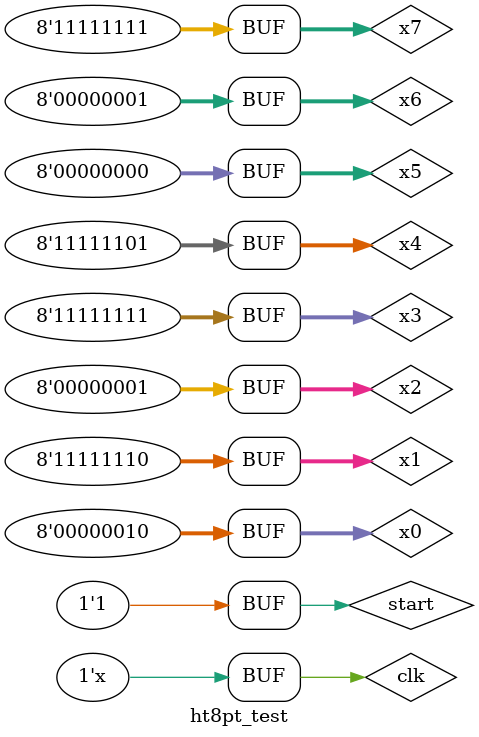
<source format=v>
`timescale 1ns / 1ps


module ht8pt_test;

	// Inputs
	reg clk;
	reg start;
	reg signed [7:0] x0;
	reg signed [7:0] x1;
	reg signed [7:0] x2;
	reg signed [7:0] x3;
	reg signed [7:0] x4;
	reg signed [7:0] x5;
	reg signed [7:0] x6;
	reg signed [7:0] x7;

	// Outputs
	wire signed [9:0] y0;
	wire signed [9:0] y1;
	wire signed [9:0] y2;
	wire signed [9:0] y3;
	wire signed [9:0] y4;
	wire signed [9:0] y5;
	wire signed [9:0] y6;
	wire signed [9:0] y7;

	// Instantiate the Unit Under Test (UUT)
	Hadamard_8points uut (
		.clk(clk), 
		.start(start), 
		.x0(x0), 
		.x1(x1), 
		.x2(x2), 
		.x3(x3), 
		.x4(x4), 
		.x5(x5), 
		.x6(x6), 
		.x7(x7), 
		.y0(y0), 
		.y1(y1), 
		.y2(y2), 
		.y3(y3), 
		.y4(y4), 
		.y5(y5), 
		.y6(y6), 
		.y7(y7)
	);

	initial begin
		// Initialize Inputs
		clk = 0;
		start = 1;
		x0 = 3;
		x1 = 7;
		x2 = 2;
		x3 = 0;
		x4 = 1;
		x5 = 0;
		x6 = 6;
		x7 = 3;

		#100;
		
		x0 = 2;
		x1 = 4;
		x2 = -1;
		x3 = 7;
		x4 = -2;
		x5 = 9;
		x6 = -7;
		x7 = 5;

		#100;
		
		
		x0 = -1;
		x1 = 0;
		x2 = -2;
		x3 = 0;
		x4 = 0;
		x5 = -2;
		x6 = -1;
		x7 = 4;

		#100;
		
		
		x0 = 2;
		x1 = -2;
		x2 = 1;
		x3 = -1;
		x4 = -3;
		x5 = 0;
		x6 = 1;
		x7 = -1;

		#100;


	end
	
	always #10 clk = ~clk;
	
	initial
	begin
		$monitor($time," X =    %d, %d, %d, %d , %d, %d, %d, %d \n           Y =   %d, %d, %d, %d , %d, %d, %d, %d  ",x0,x1,x2,x3,x4,x5,x6,x7,y0,y1,y2,y3,y4,y5,y6,y7);
	end
      
endmodule


</source>
